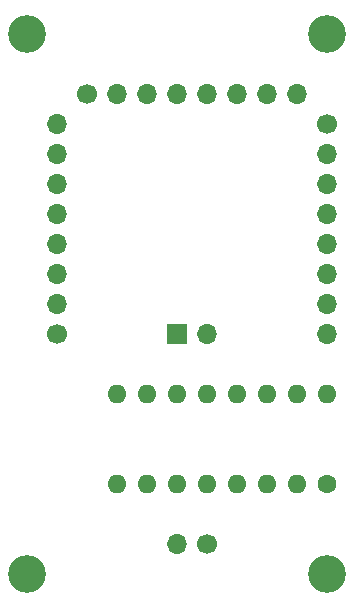
<source format=gbr>
%TF.GenerationSoftware,KiCad,Pcbnew,7.0.8*%
%TF.CreationDate,2023-10-26T02:27:46+02:00*%
%TF.ProjectId,chessbot,63686573-7362-46f7-942e-6b696361645f,rev?*%
%TF.SameCoordinates,Original*%
%TF.FileFunction,Soldermask,Bot*%
%TF.FilePolarity,Negative*%
%FSLAX46Y46*%
G04 Gerber Fmt 4.6, Leading zero omitted, Abs format (unit mm)*
G04 Created by KiCad (PCBNEW 7.0.8) date 2023-10-26 02:27:46*
%MOMM*%
%LPD*%
G01*
G04 APERTURE LIST*
%ADD10C,3.200000*%
%ADD11C,1.600000*%
%ADD12O,1.600000X1.600000*%
%ADD13C,1.700000*%
%ADD14O,1.700000X1.700000*%
%ADD15R,1.700000X1.700000*%
G04 APERTURE END LIST*
D10*
%TO.C,H4*%
X15240000Y-15240000D03*
%TD*%
%TO.C,H3*%
X40640000Y-15240000D03*
%TD*%
D11*
%TO.C,L293D1*%
X40640000Y-53340000D03*
D12*
X38100000Y-53340000D03*
X35560000Y-53340000D03*
X33020000Y-53340000D03*
X30480000Y-53340000D03*
X27940000Y-53340000D03*
X25400000Y-53340000D03*
X22860000Y-53340000D03*
X22860000Y-45720000D03*
X25400000Y-45720000D03*
X27940000Y-45720000D03*
X30480000Y-45720000D03*
X33020000Y-45720000D03*
X35560000Y-45720000D03*
X38100000Y-45720000D03*
X40640000Y-45720000D03*
%TD*%
D13*
%TO.C,VCC_Flash1*%
X20320000Y-20320000D03*
D14*
X22860000Y-20320000D03*
X25400000Y-20320000D03*
X27940000Y-20320000D03*
X30480000Y-20320000D03*
X33020000Y-20320000D03*
X35560000Y-20320000D03*
X38100000Y-20320000D03*
%TD*%
D13*
%TO.C,Conn_ESP1*%
X40640000Y-22890000D03*
D14*
X40640000Y-25430000D03*
X40640000Y-27970000D03*
X40640000Y-30510000D03*
X40640000Y-33050000D03*
X40640000Y-35590000D03*
X40640000Y-38130000D03*
X40640000Y-40670000D03*
%TD*%
D13*
%TO.C,Conn_ESP2*%
X17780000Y-40640000D03*
D14*
X17780000Y-38100000D03*
X17780000Y-35560000D03*
X17780000Y-33020000D03*
X17780000Y-30480000D03*
X17780000Y-27940000D03*
X17780000Y-25400000D03*
X17780000Y-22860000D03*
%TD*%
D15*
%TO.C,M2*%
X27940000Y-40640000D03*
D14*
X30480000Y-40640000D03*
%TD*%
D13*
%TO.C,M1*%
X30480000Y-58420000D03*
D14*
X27940000Y-58420000D03*
%TD*%
D10*
%TO.C,H2*%
X40640000Y-60960000D03*
%TD*%
%TO.C,H1*%
X15240000Y-60960000D03*
%TD*%
M02*

</source>
